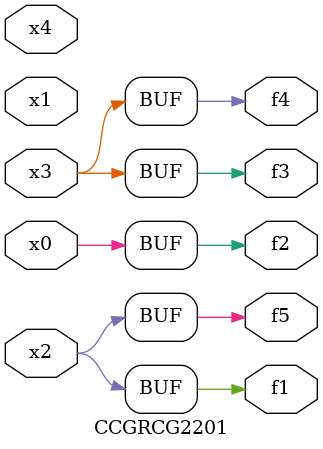
<source format=v>
module CCGRCG2201(
	input x0, x1, x2, x3, x4,
	output f1, f2, f3, f4, f5
);
	assign f1 = x2;
	assign f2 = x0;
	assign f3 = x3;
	assign f4 = x3;
	assign f5 = x2;
endmodule

</source>
